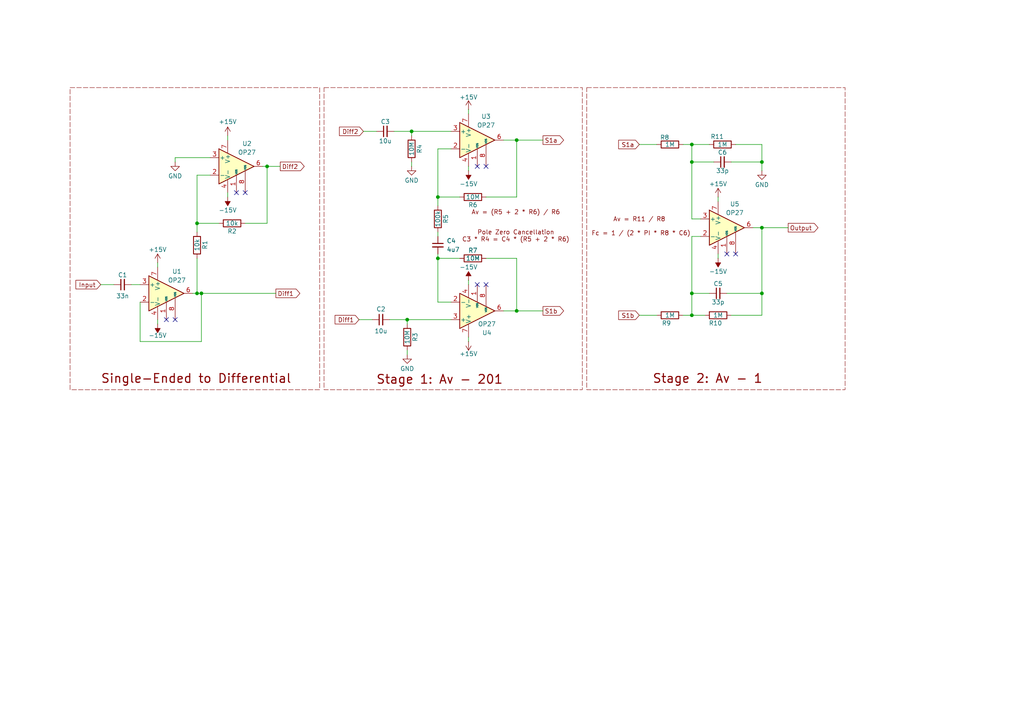
<source format=kicad_sch>
(kicad_sch (version 20250114) (generator "eeschema") (generator_version "9.0")
  (paper "A4")
  (lib_symbols
    (symbol "Amplifier_Operational:OP07" (pin_names (offset 0.127))
      (property "Reference" "U" (at 1.27 6.35 0))
      (property "Value" "OP07" (at 1.27 3.81 0))
      (symbol "OP07_0_1"
        (polyline (pts (xy -5.08 5.08) (xy 5.08 0) (xy -5.08 -5.08) (xy -5.08 5.08)) (stroke (width 0.254)) (fill (type background)))
      )
      (symbol "OP07_1_1"
        (pin input line (at -7.62 2.54 0) (length 2.54) (name "+") (number "3"))
        (pin input line (at -7.62 -2.54 0) (length 2.54) (name "-") (number "2"))
        (pin power_in line (at -2.54 7.62 270) (length 3.81) (name "V+") (number "7"))
        (pin power_in line (at -2.54 -7.62 90) (length 3.81) (name "V-") (number "4"))
        (pin no_connect line (at 0 2.54 270) (length 2.54) (hide yes) (name "NC") (number "5"))
        (pin input line (at 0 -7.62 90) (length 5.08) (name "VOS") (number "1"))
        (pin input line (at 2.54 -7.62 90) (length 6.35) (name "VOS") (number "8"))
        (pin output line (at 7.62 0 180) (length 2.54) (name "~") (number "6"))
      )
    )
    (symbol "Device:C_Small" (pin_numbers (hide yes)) (pin_names (offset 0.254) (hide yes))
      (property "Reference" "C" (at 0.254 1.778 0))
      (property "Value" "C_Small" (at 0.254 -2.032 0))
      (symbol "C_Small_0_1"
        (polyline (pts (xy -1.524 0.508) (xy 1.524 0.508)) (stroke (width 0.3048)))
        (polyline (pts (xy -1.524 -0.508) (xy 1.524 -0.508)) (stroke (width 0.3302)))
      )
      (symbol "C_Small_1_1"
        (pin passive line (at 0 2.54 270) (length 2.032) (name "~") (number "1"))
        (pin passive line (at 0 -2.54 90) (length 2.032) (name "~") (number "2"))
      )
    )
    (symbol "Device:R" (pin_numbers (hide yes)) (pin_names (offset 0))
      (property "Reference" "R" (at 2.032 0 90))
      (property "Value" "R" (at 0 0 90))
      (symbol "R_0_1"
        (rectangle (start -1.016 -2.54) (end 1.016 2.54) (stroke (width 0.254)))
      )
      (symbol "R_1_1"
        (pin passive line (at 0 3.81 270) (length 1.27) (name "~") (number "1"))
        (pin passive line (at 0 -3.81 90) (length 1.27) (name "~") (number "2"))
      )
    )
    (symbol "power:+15V" (power) (pin_numbers (hide yes)) (pin_names (offset 0) (hide yes))
      (property "Value" "+15V" (at 0 3.556 0))
      (symbol "+15V_0_1"
        (polyline (pts (xy -0.762 1.27) (xy 0 2.54)))
        (polyline (pts (xy 0 2.54) (xy 0.762 1.27)))
        (polyline (pts (xy 0 0) (xy 0 2.54)))
      )
      (symbol "+15V_1_1"
        (pin power_in line (at 0 0 90) (length 0) (name "~") (number "1"))
      )
    )
    (symbol "power:-15V" (power) (pin_numbers (hide yes)) (pin_names (offset 0) (hide yes))
      (property "Value" "-15V" (at 0 3.556 0))
      (symbol "-15V_0_0"
        (pin power_in line (at 0 0 90) (length 0) (name "~") (number "1"))
      )
      (symbol "-15V_0_1"
        (polyline (pts (xy 0 0) (xy 0 1.27) (xy 0.762 1.27) (xy 0 2.54) (xy -0.762 1.27) (xy 0 1.27)) (fill (type outline)))
      )
    )
    (symbol "power:GND" (power) (pin_numbers (hide yes)) (pin_names (offset 0) (hide yes))
      (property "Value" "GND" (at 0 -3.81 0))
      (symbol "GND_0_1"
        (polyline (pts (xy 0 0) (xy 0 -1.27) (xy 1.27 -1.27) (xy 0 -2.54) (xy -1.27 -1.27) (xy 0 -1.27)))
      )
      (symbol "GND_1_1"
        (pin power_in line (at 0 0 270) (length 0) (name "~") (number "1"))
      )
    )
  )
  (rectangle (start 170.18 25.4) (end 245.11 113.03) (stroke (width 0.127) (type dash) (color 132 0 0 1)))
  (rectangle (start 20.32 25.4) (end 92.71 113.03) (stroke (width 0.127) (type dash) (color 132 0 0 1)))
  (rectangle (start 93.98 25.4) (end 168.91 113.03) (stroke (width 0.127) (type dash) (color 132 0 0 1)))
  (text "Stage 1: Av - 201\n" (at 127.508 110.236 0) (effects (font (size 2.54 2.54) (thickness 0.3175))))
  (text "Av = (R5 + 2 * R6) / R6" (at 149.606 61.722 0) (effects (font (size 1.27 1.27))))
  (text "Stage 2: Av - 1\n" (at 205.232 109.982 0) (effects (font (size 2.54 2.54) (thickness 0.3175))))
  (text "Pole Zero Cancellation\nC3 * R4 = C4 * (R5 + 2 * R6)\n" (at 149.606 68.58 0) (effects (font (size 1.27 1.27))))
  (text "Fc = 1 / (2 * PI * R8 * C6)" (at 185.928 67.818 0) (effects (font (size 1.27 1.27))))
  (text "Av = R11 / R8" (at 185.42 63.754 0) (effects (font (size 1.27 1.27))))
  (text "Single-Ended to Differential\n" (at 56.896 109.982 0) (effects (font (size 2.54 2.54) (thickness 0.3175))))
  (junction (at 149.86 40.64))
  (junction (at 220.98 85.09))
  (junction (at 220.98 46.99))
  (junction (at 77.47 48.26))
  (junction (at 149.86 90.17))
  (junction (at 118.11 92.71))
  (junction (at 200.66 46.99))
  (junction (at 200.66 41.91))
  (junction (at 220.98 66.04))
  (junction (at 58.42 85.09))
  (junction (at 119.38 38.1))
  (junction (at 57.15 64.77))
  (junction (at 200.66 91.44))
  (junction (at 57.15 85.09))
  (junction (at 127 57.15))
  (junction (at 200.66 85.09))
  (junction (at 127 74.93))
  (no_connect (at 140.97 48.26))
  (no_connect (at 138.43 48.26))
  (no_connect (at 210.82 73.66))
  (no_connect (at 50.8 92.71))
  (no_connect (at 68.58 55.88))
  (no_connect (at 48.26 92.71))
  (no_connect (at 140.97 82.55))
  (no_connect (at 213.36 73.66))
  (no_connect (at 71.12 55.88))
  (no_connect (at 138.43 82.55))
  (wire (pts (xy 200.66 41.91) (xy 200.66 46.99)))
  (wire (pts (xy 104.14 92.71) (xy 107.95 92.71)))
  (wire (pts (xy 200.66 63.5) (xy 203.2 63.5)))
  (wire (pts (xy 135.89 81.28) (xy 135.89 82.55)))
  (wire (pts (xy 220.98 91.44) (xy 212.09 91.44)))
  (wire (pts (xy 57.15 74.93) (xy 57.15 85.09)))
  (wire (pts (xy 57.15 64.77) (xy 63.5 64.77)))
  (wire (pts (xy 57.15 50.8) (xy 60.96 50.8)))
  (wire (pts (xy 200.66 41.91) (xy 205.74 41.91)))
  (wire (pts (xy 149.86 90.17) (xy 149.86 74.93)))
  (wire (pts (xy 57.15 85.09) (xy 55.88 85.09)))
  (wire (pts (xy 185.42 91.44) (xy 190.5 91.44)))
  (wire (pts (xy 50.8 46.99) (xy 50.8 45.72)))
  (wire (pts (xy 200.66 85.09) (xy 200.66 91.44)))
  (wire (pts (xy 130.81 87.63) (xy 127 87.63)))
  (wire (pts (xy 66.04 55.88) (xy 66.04 57.15)))
  (wire (pts (xy 118.11 93.98) (xy 118.11 92.71)))
  (wire (pts (xy 149.86 40.64) (xy 157.48 40.64)))
  (wire (pts (xy 114.3 38.1) (xy 119.38 38.1)))
  (wire (pts (xy 127 74.93) (xy 133.35 74.93)))
  (wire (pts (xy 57.15 67.31) (xy 57.15 64.77)))
  (wire (pts (xy 105.41 38.1) (xy 109.22 38.1)))
  (wire (pts (xy 208.28 57.15) (xy 208.28 58.42)))
  (wire (pts (xy 200.66 46.99) (xy 200.66 63.5)))
  (wire (pts (xy 127 59.69) (xy 127 57.15)))
  (wire (pts (xy 119.38 39.37) (xy 119.38 38.1)))
  (wire (pts (xy 119.38 46.99) (xy 119.38 48.26)))
  (wire (pts (xy 127 43.18) (xy 130.81 43.18)))
  (wire (pts (xy 127 57.15) (xy 133.35 57.15)))
  (wire (pts (xy 38.1 82.55) (xy 40.64 82.55)))
  (wire (pts (xy 127 57.15) (xy 127 43.18)))
  (wire (pts (xy 200.66 85.09) (xy 205.74 85.09)))
  (wire (pts (xy 40.64 99.06) (xy 58.42 99.06)))
  (wire (pts (xy 200.66 46.99) (xy 207.01 46.99)))
  (wire (pts (xy 185.42 41.91) (xy 190.5 41.91)))
  (wire (pts (xy 127 74.93) (xy 127 87.63)))
  (wire (pts (xy 208.28 73.66) (xy 208.28 74.93)))
  (wire (pts (xy 135.89 31.75) (xy 135.89 33.02)))
  (wire (pts (xy 135.89 48.26) (xy 135.89 49.53)))
  (wire (pts (xy 58.42 85.09) (xy 57.15 85.09)))
  (wire (pts (xy 118.11 92.71) (xy 130.81 92.71)))
  (wire (pts (xy 135.89 97.79) (xy 135.89 99.06)))
  (wire (pts (xy 140.97 57.15) (xy 149.86 57.15)))
  (wire (pts (xy 210.82 85.09) (xy 220.98 85.09)))
  (wire (pts (xy 200.66 68.58) (xy 200.66 85.09)))
  (wire (pts (xy 66.04 39.37) (xy 66.04 40.64)))
  (wire (pts (xy 220.98 46.99) (xy 220.98 41.91)))
  (wire (pts (xy 220.98 66.04) (xy 218.44 66.04)))
  (wire (pts (xy 57.15 64.77) (xy 57.15 50.8)))
  (wire (pts (xy 77.47 48.26) (xy 81.28 48.26)))
  (wire (pts (xy 203.2 68.58) (xy 200.66 68.58)))
  (wire (pts (xy 220.98 46.99) (xy 220.98 49.53)))
  (wire (pts (xy 118.11 101.6) (xy 118.11 102.87)))
  (wire (pts (xy 119.38 38.1) (xy 130.81 38.1)))
  (wire (pts (xy 220.98 66.04) (xy 228.6 66.04)))
  (wire (pts (xy 127 73.66) (xy 127 74.93)))
  (wire (pts (xy 149.86 90.17) (xy 157.48 90.17)))
  (wire (pts (xy 40.64 87.63) (xy 40.64 99.06)))
  (wire (pts (xy 45.72 76.2) (xy 45.72 77.47)))
  (wire (pts (xy 220.98 41.91) (xy 213.36 41.91)))
  (wire (pts (xy 76.2 48.26) (xy 77.47 48.26)))
  (wire (pts (xy 58.42 99.06) (xy 58.42 85.09)))
  (wire (pts (xy 149.86 74.93) (xy 140.97 74.93)))
  (wire (pts (xy 200.66 91.44) (xy 198.12 91.44)))
  (wire (pts (xy 149.86 40.64) (xy 146.05 40.64)))
  (wire (pts (xy 113.03 92.71) (xy 118.11 92.71)))
  (wire (pts (xy 220.98 85.09) (xy 220.98 66.04)))
  (wire (pts (xy 200.66 91.44) (xy 204.47 91.44)))
  (wire (pts (xy 45.72 92.71) (xy 45.72 93.98)))
  (wire (pts (xy 220.98 91.44) (xy 220.98 85.09)))
  (wire (pts (xy 198.12 41.91) (xy 200.66 41.91)))
  (wire (pts (xy 58.42 85.09) (xy 80.01 85.09)))
  (wire (pts (xy 149.86 90.17) (xy 146.05 90.17)))
  (wire (pts (xy 50.8 45.72) (xy 60.96 45.72)))
  (wire (pts (xy 149.86 57.15) (xy 149.86 40.64)))
  (wire (pts (xy 77.47 64.77) (xy 71.12 64.77)))
  (wire (pts (xy 212.09 46.99) (xy 220.98 46.99)))
  (wire (pts (xy 29.21 82.55) (xy 33.02 82.55)))
  (wire (pts (xy 127 67.31) (xy 127 68.58)))
  (wire (pts (xy 77.47 48.26) (xy 77.47 64.77)))
  (global_label "Diff1" (shape input) (at 104.14 92.71 180) (property "Intersheetrefs" "${INTERSHEET_REFS}" (effects (hide yes))))
  (global_label "S1a" (shape output) (at 157.48 40.64 0) (property "Intersheetrefs" "${INTERSHEET_REFS}" (effects (hide yes))))
  (global_label "Diff2" (shape input) (at 105.41 38.1 180) (property "Intersheetrefs" "${INTERSHEET_REFS}" (effects (hide yes))))
  (global_label "Diff1" (shape output) (at 80.01 85.09 0) (property "Intersheetrefs" "${INTERSHEET_REFS}" (effects (hide yes))))
  (global_label "Output" (shape output) (at 228.6 66.04 0) (property "Intersheetrefs" "${INTERSHEET_REFS}" (effects (hide yes))))
  (global_label "S1a" (shape input) (at 185.42 41.91 180) (property "Intersheetrefs" "${INTERSHEET_REFS}" (effects (hide yes))))
  (global_label "Diff2" (shape output) (at 81.28 48.26 0) (property "Intersheetrefs" "${INTERSHEET_REFS}" (effects (hide yes))))
  (global_label "Input" (shape input) (at 29.21 82.55 180) (property "Intersheetrefs" "${INTERSHEET_REFS}" (effects (hide yes))))
  (global_label "S1b" (shape output) (at 157.48 90.17 0) (property "Intersheetrefs" "${INTERSHEET_REFS}" (effects (hide yes))))
  (global_label "S1b" (shape input) (at 185.42 91.44 180) (property "Intersheetrefs" "${INTERSHEET_REFS}" (effects (hide yes))))
  (symbol (lib_id "Device:C_Small") (at 110.49 92.71 90) (unit 1)
    (property "Reference" "C2" (at 110.49 89.662 90))
    (property "Value" "10u" (at 110.49 96.012 90))
    (property "Description" "Unpolarized capacitor, small symbol" (effects (hide yes)))
  )
  (symbol (lib_id "Device:C_Small") (at 127 71.12 0) (unit 1)
    (property "Reference" "C4" (at 129.54 69.8562 0) (effects (justify left)))
    (property "Value" "4u7" (at 129.54 72.3962 0) (effects (justify left)))
    (property "Description" "Unpolarized capacitor, small symbol" (effects (hide yes)))
  )
  (symbol (lib_id "power:GND") (at 118.11 102.87 0) (unit 1)
    (property "Reference" "#PWR06" (effects (hide yes)))
    (property "Value" "GND" (at 118.11 106.934 0))
    (property "Description" "Power symbol creates a global label with name \"GND\" , ground" (effects (hide yes)))
  )
  (symbol (lib_id "power:+15V") (at 135.89 31.75 0) (unit 1)
    (property "Reference" "#PWR08" (effects (hide yes)))
    (property "Value" "+15V" (at 135.89 28.194 0))
    (property "Description" "Power symbol creates a global label with name \"+15V\"" (effects (hide yes)))
  )
  (symbol (lib_id "Amplifier_Operational:OP07") (at 210.82 66.04 0) (unit 1)
    (property "Reference" "U5" (at 213.106 59.182 0))
    (property "Value" "OP27" (at 213.106 61.722 0))
    (property "Datasheet" "https://www.analog.com/media/en/technical-documentation/data-sheets/OP07.pdf" (effects (hide yes)))
    (property "Description" "Single Ultra-Low Offset Voltage Operational Amplifier, DIP-8/SOIC-8" (effects (hide yes)))
  )
  (symbol (lib_id "Amplifier_Operational:OP07") (at 48.26 85.09 0) (unit 1)
    (property "Reference" "U1" (at 51.308 78.74 0))
    (property "Value" "OP27" (at 51.308 81.28 0))
    (property "Datasheet" "https://www.analog.com/media/en/technical-documentation/data-sheets/OP07.pdf" (effects (hide yes)))
    (property "Description" "Single Ultra-Low Offset Voltage Operational Amplifier, DIP-8/SOIC-8" (effects (hide yes)))
  )
  (symbol (lib_id "power:-15V") (at 66.04 57.15 180) (unit 1)
    (property "Reference" "#PWR05" (effects (hide yes)))
    (property "Value" "-15V" (at 66.04 60.96 0))
    (property "Description" "Power symbol creates a global label with name \"-15V\"" (effects (hide yes)))
  )
  (symbol (lib_id "Device:C_Small") (at 209.55 46.99 90) (unit 1)
    (property "Reference" "C6" (at 209.55 44.196 90))
    (property "Value" "33p" (at 209.55 49.53 90))
    (property "Description" "Unpolarized capacitor, small symbol" (effects (hide yes)))
  )
  (symbol (lib_id "power:+15V") (at 45.72 76.2 0) (unit 1)
    (property "Reference" "#PWR01" (effects (hide yes)))
    (property "Value" "+15V" (at 45.72 72.39 0))
    (property "Description" "Power symbol creates a global label with name \"+15V\"" (effects (hide yes)))
  )
  (symbol (lib_id "power:-15V") (at 45.72 93.98 180) (unit 1)
    (property "Reference" "#PWR02" (effects (hide yes)))
    (property "Value" "-15V" (at 45.72 97.282 0))
    (property "Description" "Power symbol creates a global label with name \"-15V\"" (effects (hide yes)))
  )
  (symbol (lib_id "power:+15V") (at 208.28 57.15 0) (unit 1)
    (property "Reference" "#PWR012" (effects (hide yes)))
    (property "Value" "+15V" (at 208.28 53.34 0))
    (property "Description" "Power symbol creates a global label with name \"+15V\"" (effects (hide yes)))
  )
  (symbol (lib_id "Device:R") (at 67.31 64.77 90) (unit 1)
    (property "Reference" "R2" (at 67.31 67.056 90))
    (property "Value" "10k" (at 67.31 64.77 90))
    (property "Description" "Resistor" (effects (hide yes)))
  )
  (symbol (lib_id "power:+15V") (at 66.04 39.37 0) (unit 1)
    (property "Reference" "#PWR04" (effects (hide yes)))
    (property "Value" "+15V" (at 66.04 35.306 0))
    (property "Description" "Power symbol creates a global label with name \"+15V\"" (effects (hide yes)))
  )
  (symbol (lib_id "Device:R") (at 209.55 41.91 90) (unit 1)
    (property "Reference" "R11" (at 208.026 39.624 90))
    (property "Value" "1M" (at 209.55 41.91 90))
    (property "Description" "Resistor" (effects (hide yes)))
  )
  (symbol (lib_id "Device:R") (at 137.16 74.93 90) (unit 1)
    (property "Reference" "R7" (at 137.16 72.644 90))
    (property "Value" "10M" (at 137.16 74.93 90))
    (property "Description" "Resistor" (effects (hide yes)))
  )
  (symbol (lib_id "Device:R") (at 127 63.5 180) (unit 1)
    (property "Reference" "R5" (at 129.286 63.5 90))
    (property "Value" "100k" (at 127 63.5 90))
    (property "Description" "Resistor" (effects (hide yes)))
  )
  (symbol (lib_id "Device:R") (at 57.15 71.12 0) (unit 1)
    (property "Reference" "R1" (at 59.436 72.39 90) (effects (justify left)))
    (property "Value" "10k" (at 57.15 72.898 90) (effects (justify left)))
    (property "Description" "Resistor" (effects (hide yes)))
  )
  (symbol (lib_id "Device:R") (at 118.11 97.79 180) (unit 1)
    (property "Reference" "R3" (at 120.396 97.79 90))
    (property "Value" "10M" (at 118.11 97.79 90))
    (property "Description" "Resistor" (effects (hide yes)))
  )
  (symbol (lib_id "Device:C_Small") (at 35.56 82.55 90) (unit 1)
    (property "Reference" "C1" (at 35.56 79.756 90))
    (property "Value" "33n" (at 35.56 85.852 90))
    (property "Description" "Unpolarized capacitor, small symbol" (effects (hide yes)))
  )
  (symbol (lib_id "Device:C_Small") (at 111.76 38.1 90) (unit 1)
    (property "Reference" "C3" (at 111.76 35.306 90))
    (property "Value" "10u" (at 111.76 40.894 90))
    (property "Description" "Unpolarized capacitor, small symbol" (effects (hide yes)))
  )
  (symbol (lib_id "power:GND") (at 50.8 46.99 0) (unit 1)
    (property "Reference" "#PWR03" (effects (hide yes)))
    (property "Value" "GND" (at 50.8 51.054 0))
    (property "Description" "Power symbol creates a global label with name \"GND\" , ground" (effects (hide yes)))
  )
  (symbol (lib_id "Device:R") (at 194.31 41.91 270) (unit 1)
    (property "Reference" "R8" (at 192.786 39.878 90))
    (property "Value" "1M" (at 194.31 41.91 90))
    (property "Description" "Resistor" (effects (hide yes)))
  )
  (symbol (lib_id "power:+15V") (at 135.89 99.06 180) (unit 1)
    (property "Reference" "#PWR011" (effects (hide yes)))
    (property "Value" "+15V" (at 135.89 102.616 0))
    (property "Description" "Power symbol creates a global label with name \"+15V\"" (effects (hide yes)))
  )
  (symbol (lib_id "Amplifier_Operational:OP07") (at 68.58 48.26 0) (unit 1)
    (property "Reference" "U2" (at 71.628 41.656 0))
    (property "Value" "OP27" (at 71.628 44.196 0))
    (property "Datasheet" "https://www.analog.com/media/en/technical-documentation/data-sheets/OP07.pdf" (effects (hide yes)))
    (property "Description" "Single Ultra-Low Offset Voltage Operational Amplifier, DIP-8/SOIC-8" (effects (hide yes)))
  )
  (symbol (lib_id "Device:R") (at 137.16 57.15 90) (unit 1)
    (property "Reference" "R6" (at 137.16 59.436 90))
    (property "Value" "10M" (at 137.16 57.15 90))
    (property "Description" "Resistor" (effects (hide yes)))
  )
  (symbol (lib_id "power:-15V") (at 208.28 74.93 180) (unit 1)
    (property "Reference" "#PWR013" (effects (hide yes)))
    (property "Value" "-15V" (at 208.28 78.74 0))
    (property "Description" "Power symbol creates a global label with name \"-15V\"" (effects (hide yes)))
  )
  (symbol (lib_id "Device:R") (at 119.38 43.18 180) (unit 1)
    (property "Reference" "R4" (at 121.666 43.18 90))
    (property "Value" "10M" (at 119.38 43.18 90))
    (property "Description" "Resistor" (effects (hide yes)))
  )
  (symbol (lib_id "power:-15V") (at 135.89 81.28 0) (unit 1)
    (property "Reference" "#PWR010" (effects (hide yes)))
    (property "Value" "-15V" (at 135.89 77.47 0))
    (property "Description" "Power symbol creates a global label with name \"-15V\"" (effects (hide yes)))
  )
  (symbol (lib_id "power:-15V") (at 135.89 49.53 180) (unit 1)
    (property "Reference" "#PWR09" (effects (hide yes)))
    (property "Value" "-15V" (at 135.89 53.34 0))
    (property "Description" "Power symbol creates a global label with name \"-15V\"" (effects (hide yes)))
  )
  (symbol (lib_id "power:GND") (at 220.98 49.53 0) (unit 1)
    (property "Reference" "#PWR014" (effects (hide yes)))
    (property "Value" "GND" (at 220.98 53.594 0))
    (property "Description" "Power symbol creates a global label with name \"GND\" , ground" (effects (hide yes)))
  )
  (symbol (lib_id "Device:C_Small") (at 208.28 85.09 90) (unit 1)
    (property "Reference" "C5" (at 208.28 82.296 90))
    (property "Value" "33p" (at 208.28 87.63 90))
    (property "Description" "Unpolarized capacitor, small symbol" (effects (hide yes)))
  )
  (symbol (lib_id "Device:R") (at 194.31 91.44 270) (unit 1)
    (property "Reference" "R9" (at 193.294 93.726 90))
    (property "Value" "1M" (at 194.31 91.44 90))
    (property "Description" "Resistor" (effects (hide yes)))
  )
  (symbol (lib_id "Amplifier_Operational:OP07") (at 138.43 90.17 0) (mirror x) (unit 1)
    (property "Reference" "U4" (at 141.224 96.52 0))
    (property "Value" "OP27" (at 141.224 93.98 0))
    (property "Datasheet" "https://www.analog.com/media/en/technical-documentation/data-sheets/OP07.pdf" (effects (hide yes)))
    (property "Description" "Single Ultra-Low Offset Voltage Operational Amplifier, DIP-8/SOIC-8" (effects (hide yes)))
  )
  (symbol (lib_id "power:GND") (at 119.38 48.26 0) (unit 1)
    (property "Reference" "#PWR07" (effects (hide yes)))
    (property "Value" "GND" (at 119.38 52.324 0))
    (property "Description" "Power symbol creates a global label with name \"GND\" , ground" (effects (hide yes)))
  )
  (symbol (lib_id "Amplifier_Operational:OP07") (at 138.43 40.64 0) (unit 1)
    (property "Reference" "U3" (at 140.97 33.782 0))
    (property "Value" "OP27" (at 140.97 36.322 0))
    (property "Datasheet" "https://www.analog.com/media/en/technical-documentation/data-sheets/OP07.pdf" (effects (hide yes)))
    (property "Description" "Single Ultra-Low Offset Voltage Operational Amplifier, DIP-8/SOIC-8" (effects (hide yes)))
  )
  (symbol (lib_id "Device:R") (at 208.28 91.44 90) (unit 1)
    (property "Reference" "R10" (at 207.518 93.726 90))
    (property "Value" "1M" (at 208.28 91.44 90))
    (property "Description" "Resistor" (effects (hide yes)))
  )
)
</source>
